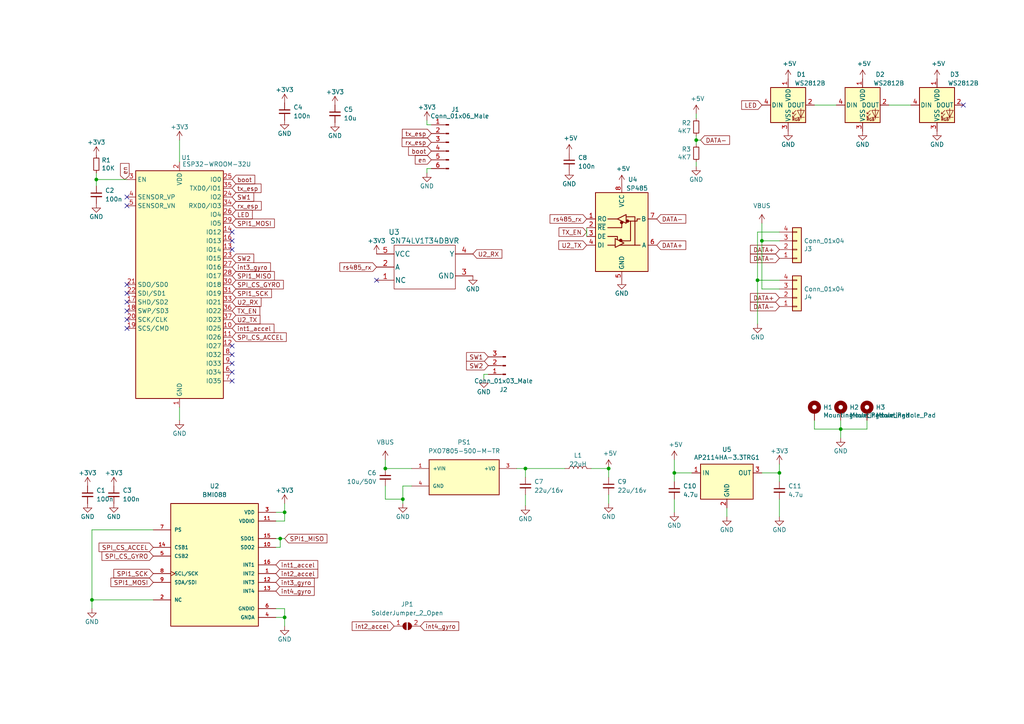
<source format=kicad_sch>
(kicad_sch (version 20230121) (generator eeschema)
  (paper "A4")
  (lib_symbols
    (symbol "BMI088:BMI088" (pin_names (offset 1.016))
      (property "Reference" "U" (at -12.7 18.415 0))
      (property "Value" "BMI088" (at -12.7 -20.32 0))
      (symbol "BMI088_0_0"
        (rectangle (start -12.7 -17.78) (end 12.7 17.78) (stroke (width 0.254)) (fill (type background)))
        (pin bidirectional line (at 17.78 -2.54 180) (length 5.08) (name "INT2") (number "1"))
        (pin output line (at 17.78 5.08 180) (length 5.08) (name "SDO2") (number "10"))
        (pin power_in line (at 17.78 12.7 180) (length 5.08) (name "VDDIO") (number "11"))
        (pin bidirectional line (at 17.78 -5.08 180) (length 5.08) (name "INT3") (number "12"))
        (pin bidirectional line (at 17.78 -7.62 180) (length 5.08) (name "INT4") (number "13"))
        (pin input line (at -17.78 5.08 0) (length 5.08) (name "CSB1") (number "14"))
        (pin output line (at 17.78 7.62 180) (length 5.08) (name "SDO1") (number "15"))
        (pin bidirectional line (at 17.78 0 180) (length 5.08) (name "INT1") (number "16"))
        (pin passive line (at -17.78 -10.16 0) (length 5.08) (name "NC") (number "2"))
        (pin power_in line (at 17.78 15.24 180) (length 5.08) (name "VDD") (number "3"))
        (pin power_in line (at 17.78 -15.24 180) (length 5.08) (name "GNDA") (number "4"))
        (pin input line (at -17.78 2.54 0) (length 5.08) (name "CSB2") (number "5"))
        (pin power_in line (at 17.78 -12.7 180) (length 5.08) (name "GNDIO") (number "6"))
        (pin input line (at -17.78 10.16 0) (length 5.08) (name "PS") (number "7"))
        (pin input clock (at -17.78 -2.54 0) (length 5.08) (name "SCL/SCK") (number "8"))
        (pin bidirectional line (at -17.78 -5.08 0) (length 5.08) (name "SDA/SDI") (number "9"))
      )
    )
    (symbol "Connector:Conn_01x03_Male" (pin_names (offset 1.016) hide)
      (property "Reference" "J" (at 0 5.08 0))
      (property "Value" "Conn_01x03_Male" (at 0 -5.08 0))
      (symbol "Conn_01x03_Male_1_1"
        (polyline (pts (xy 1.27 -2.54) (xy 0.8636 -2.54)) (stroke (width 0.1524)))
        (polyline (pts (xy 1.27 0) (xy 0.8636 0)) (stroke (width 0.1524)))
        (polyline (pts (xy 1.27 2.54) (xy 0.8636 2.54)) (stroke (width 0.1524)))
        (rectangle (start 0.8636 -2.413) (end 0 -2.667) (stroke (width 0.1524)) (fill (type outline)))
        (rectangle (start 0.8636 0.127) (end 0 -0.127) (stroke (width 0.1524)) (fill (type outline)))
        (rectangle (start 0.8636 2.667) (end 0 2.413) (stroke (width 0.1524)) (fill (type outline)))
        (pin passive line (at 5.08 2.54 180) (length 3.81) (name "Pin_1") (number "1"))
        (pin passive line (at 5.08 0 180) (length 3.81) (name "Pin_2") (number "2"))
        (pin passive line (at 5.08 -2.54 180) (length 3.81) (name "Pin_3") (number "3"))
      )
    )
    (symbol "Connector:Conn_01x06_Male" (pin_names (offset 1.016) hide)
      (property "Reference" "J" (at 0 7.62 0))
      (property "Value" "Conn_01x06_Male" (at 0 -10.16 0))
      (symbol "Conn_01x06_Male_1_1"
        (polyline (pts (xy 1.27 -7.62) (xy 0.8636 -7.62)) (stroke (width 0.1524)))
        (polyline (pts (xy 1.27 -5.08) (xy 0.8636 -5.08)) (stroke (width 0.1524)))
        (polyline (pts (xy 1.27 -2.54) (xy 0.8636 -2.54)) (stroke (width 0.1524)))
        (polyline (pts (xy 1.27 0) (xy 0.8636 0)) (stroke (width 0.1524)))
        (polyline (pts (xy 1.27 2.54) (xy 0.8636 2.54)) (stroke (width 0.1524)))
        (polyline (pts (xy 1.27 5.08) (xy 0.8636 5.08)) (stroke (width 0.1524)))
        (rectangle (start 0.8636 -7.493) (end 0 -7.747) (stroke (width 0.1524)) (fill (type outline)))
        (rectangle (start 0.8636 -4.953) (end 0 -5.207) (stroke (width 0.1524)) (fill (type outline)))
        (rectangle (start 0.8636 -2.413) (end 0 -2.667) (stroke (width 0.1524)) (fill (type outline)))
        (rectangle (start 0.8636 0.127) (end 0 -0.127) (stroke (width 0.1524)) (fill (type outline)))
        (rectangle (start 0.8636 2.667) (end 0 2.413) (stroke (width 0.1524)) (fill (type outline)))
        (rectangle (start 0.8636 5.207) (end 0 4.953) (stroke (width 0.1524)) (fill (type outline)))
        (pin passive line (at 5.08 5.08 180) (length 3.81) (name "Pin_1") (number "1"))
        (pin passive line (at 5.08 2.54 180) (length 3.81) (name "Pin_2") (number "2"))
        (pin passive line (at 5.08 0 180) (length 3.81) (name "Pin_3") (number "3"))
        (pin passive line (at 5.08 -2.54 180) (length 3.81) (name "Pin_4") (number "4"))
        (pin passive line (at 5.08 -5.08 180) (length 3.81) (name "Pin_5") (number "5"))
        (pin passive line (at 5.08 -7.62 180) (length 3.81) (name "Pin_6") (number "6"))
      )
    )
    (symbol "Connector_Generic:Conn_01x04" (pin_names (offset 1.016) hide)
      (property "Reference" "J" (at 0 5.08 0))
      (property "Value" "Conn_01x04" (at 0 -7.62 0))
      (symbol "Conn_01x04_1_1"
        (rectangle (start -1.27 -4.953) (end 0 -5.207) (stroke (width 0.1524)))
        (rectangle (start -1.27 -2.413) (end 0 -2.667) (stroke (width 0.1524)))
        (rectangle (start -1.27 0.127) (end 0 -0.127) (stroke (width 0.1524)))
        (rectangle (start -1.27 2.667) (end 0 2.413) (stroke (width 0.1524)))
        (rectangle (start -1.27 3.81) (end 1.27 -6.35) (stroke (width 0.254)) (fill (type background)))
        (pin passive line (at -5.08 2.54 0) (length 3.81) (name "Pin_1") (number "1"))
        (pin passive line (at -5.08 0 0) (length 3.81) (name "Pin_2") (number "2"))
        (pin passive line (at -5.08 -2.54 0) (length 3.81) (name "Pin_3") (number "3"))
        (pin passive line (at -5.08 -5.08 0) (length 3.81) (name "Pin_4") (number "4"))
      )
    )
    (symbol "Device:C_Small" (pin_numbers hide) (pin_names (offset 0.254) hide)
      (property "Reference" "C" (at 0.254 1.778 0))
      (property "Value" "C_Small" (at 0.254 -2.032 0))
      (symbol "C_Small_0_1"
        (polyline (pts (xy -1.524 -0.508) (xy 1.524 -0.508)) (stroke (width 0.3302)))
        (polyline (pts (xy -1.524 0.508) (xy 1.524 0.508)) (stroke (width 0.3048)))
      )
      (symbol "C_Small_1_1"
        (pin passive line (at 0 2.54 270) (length 2.032) (name "~") (number "1"))
        (pin passive line (at 0 -2.54 90) (length 2.032) (name "~") (number "2"))
      )
    )
    (symbol "Device:L" (pin_numbers hide) (pin_names (offset 1.016) hide)
      (property "Reference" "L" (at -1.27 0 90))
      (property "Value" "L" (at 1.905 0 90))
      (symbol "L_0_1"
        (arc (start 0 -2.54) (mid 0.6323 -1.905) (end 0 -1.27))
        (arc (start 0 -1.27) (mid 0.6323 -0.635) (end 0 0))
        (arc (start 0 0) (mid 0.6323 0.635) (end 0 1.27))
        (arc (start 0 1.27) (mid 0.6323 1.905) (end 0 2.54))
      )
      (symbol "L_1_1"
        (pin passive line (at 0 3.81 270) (length 1.27) (name "1") (number "1"))
        (pin passive line (at 0 -3.81 90) (length 1.27) (name "2") (number "2"))
      )
    )
    (symbol "Device:R_Small" (pin_numbers hide) (pin_names (offset 0.254) hide)
      (property "Reference" "R" (at 0.762 0.508 0))
      (property "Value" "R_Small" (at 0.762 -1.016 0))
      (symbol "R_Small_0_1"
        (rectangle (start -0.762 1.778) (end 0.762 -1.778) (stroke (width 0.2032)))
      )
      (symbol "R_Small_1_1"
        (pin passive line (at 0 2.54 270) (length 0.762) (name "~") (number "1"))
        (pin passive line (at 0 -2.54 90) (length 0.762) (name "~") (number "2"))
      )
    )
    (symbol "Interface_UART:MAX485E"
      (property "Reference" "U" (at -6.096 11.43 0))
      (property "Value" "MAX485E" (at 0.762 11.43 0))
      (symbol "MAX485E_0_1"
        (rectangle (start -7.62 10.16) (end 7.62 -12.7) (stroke (width 0.254)) (fill (type background)))
        (circle (center -0.3048 -3.683) (radius 0.3556) (stroke (width 0.254)) (fill (type outline)))
        (circle (center -0.0254 1.4986) (radius 0.3556) (stroke (width 0.254)) (fill (type outline)))
        (polyline (pts (xy -4.064 -5.08) (xy -1.905 -5.08)) (stroke (width 0.254)))
        (polyline (pts (xy -4.064 2.54) (xy -1.27 2.54)) (stroke (width 0.254)))
        (polyline (pts (xy -1.27 -3.2004) (xy -1.27 -3.4544)) (stroke (width 0.254)))
        (polyline (pts (xy -0.635 -5.08) (xy 5.334 -5.08)) (stroke (width 0.254)))
        (polyline (pts (xy -4.064 -2.54) (xy -1.27 -2.54) (xy -1.27 -3.175)) (stroke (width 0.254)))
        (polyline (pts (xy 0 1.27) (xy 0 0) (xy -4.064 0)) (stroke (width 0.254)))
        (polyline (pts (xy 1.27 3.175) (xy 3.81 3.175) (xy 3.81 -5.08)) (stroke (width 0.254)))
        (polyline (pts (xy 2.54 1.905) (xy 2.54 -3.81) (xy 0 -3.81)) (stroke (width 0.254)))
        (polyline (pts (xy -1.905 -3.175) (xy -1.905 -5.715) (xy 0.635 -4.445) (xy -1.905 -3.175)) (stroke (width 0.254)))
        (polyline (pts (xy -1.27 2.54) (xy 1.27 3.81) (xy 1.27 1.27) (xy -1.27 2.54)) (stroke (width 0.254)))
        (polyline (pts (xy 1.905 1.905) (xy 4.445 1.905) (xy 4.445 2.54) (xy 5.334 2.54)) (stroke (width 0.254)))
        (rectangle (start 1.27 3.175) (end 1.27 3.175))
        (circle (center 1.651 1.905) (radius 0.3556) (stroke (width 0.254)) (fill (type outline)))
      )
      (symbol "MAX485E_1_1"
        (pin output line (at -10.16 2.54 0) (length 2.54) (name "RO") (number "1"))
        (pin input line (at -10.16 0 0) (length 2.54) (name "~{RE}") (number "2"))
        (pin input line (at -10.16 -2.54 0) (length 2.54) (name "DE") (number "3"))
        (pin input line (at -10.16 -5.08 0) (length 2.54) (name "DI") (number "4"))
        (pin power_in line (at 0 -15.24 90) (length 2.54) (name "GND") (number "5"))
        (pin bidirectional line (at 10.16 -5.08 180) (length 2.54) (name "A") (number "6"))
        (pin bidirectional line (at 10.16 2.54 180) (length 2.54) (name "B") (number "7"))
        (pin power_in line (at 0 12.7 270) (length 2.54) (name "VCC") (number "8"))
      )
    )
    (symbol "Jumper:SolderJumper_2_Open" (pin_names (offset 0) hide)
      (property "Reference" "JP" (at 0 2.032 0))
      (property "Value" "SolderJumper_2_Open" (at 0 -2.54 0))
      (symbol "SolderJumper_2_Open_0_1"
        (arc (start -0.254 1.016) (mid -1.2656 0) (end -0.254 -1.016))
        (arc (start -0.254 1.016) (mid -1.2656 0) (end -0.254 -1.016) (fill (type outline)))
        (polyline (pts (xy -0.254 1.016) (xy -0.254 -1.016)))
        (polyline (pts (xy 0.254 1.016) (xy 0.254 -1.016)))
        (arc (start 0.254 -1.016) (mid 1.2656 0) (end 0.254 1.016))
        (arc (start 0.254 -1.016) (mid 1.2656 0) (end 0.254 1.016) (fill (type outline)))
      )
      (symbol "SolderJumper_2_Open_1_1"
        (pin passive line (at -3.81 0 0) (length 2.54) (name "A") (number "1"))
        (pin passive line (at 3.81 0 180) (length 2.54) (name "B") (number "2"))
      )
    )
    (symbol "LED:WS2812B" (pin_names (offset 0.254))
      (property "Reference" "D" (at 5.08 5.715 0))
      (property "Value" "WS2812B" (at 1.27 -5.715 0))
      (symbol "WS2812B_0_0"
        (text "RGB" (at 2.286 -4.191 0) (effects (font (size 0.762 0.762))))
      )
      (symbol "WS2812B_0_1"
        (polyline (pts (xy 1.27 -3.556) (xy 1.778 -3.556)))
        (polyline (pts (xy 1.27 -2.54) (xy 1.778 -2.54)))
        (polyline (pts (xy 4.699 -3.556) (xy 2.667 -3.556)))
        (polyline (pts (xy 2.286 -2.54) (xy 1.27 -3.556) (xy 1.27 -3.048)))
        (polyline (pts (xy 2.286 -1.524) (xy 1.27 -2.54) (xy 1.27 -2.032)))
        (polyline (pts (xy 3.683 -1.016) (xy 3.683 -3.556) (xy 3.683 -4.064)))
        (polyline (pts (xy 4.699 -1.524) (xy 2.667 -1.524) (xy 3.683 -3.556) (xy 4.699 -1.524)))
        (rectangle (start 5.08 5.08) (end -5.08 -5.08) (stroke (width 0.254)) (fill (type background)))
      )
      (symbol "WS2812B_1_1"
        (pin power_in line (at 0 7.62 270) (length 2.54) (name "VDD") (number "1"))
        (pin output line (at 7.62 0 180) (length 2.54) (name "DOUT") (number "2"))
        (pin power_in line (at 0 -7.62 90) (length 2.54) (name "VSS") (number "3"))
        (pin input line (at -7.62 0 0) (length 2.54) (name "DIN") (number "4"))
      )
    )
    (symbol "Mechanical:MountingHole_Pad" (pin_numbers hide) (pin_names (offset 1.016) hide)
      (property "Reference" "H" (at 0 6.35 0))
      (property "Value" "MountingHole_Pad" (at 0 4.445 0))
      (symbol "MountingHole_Pad_0_1"
        (circle (center 0 1.27) (radius 1.27) (stroke (width 1.27)))
      )
      (symbol "MountingHole_Pad_1_1"
        (pin input line (at 0 -2.54 90) (length 2.54) (name "1") (number "1"))
      )
    )
    (symbol "PXO7805-500-M-TR:PXO7805-500-M-TR" (pin_names (offset 1.016))
      (property "Reference" "PS" (at -10.16 5.842 0))
      (property "Value" "PXO7805-500-M-TR" (at -10.16 -5.842 0))
      (symbol "PXO7805-500-M-TR_0_0"
        (rectangle (start -10.16 -5.08) (end 10.16 5.08) (stroke (width 0.254)) (fill (type background)))
        (pin input line (at -15.24 2.54 0) (length 5.08) (name "+VIN") (number "1"))
        (pin output line (at 15.24 2.54 180) (length 5.08) (name "+VO") (number "3"))
        (pin power_in line (at -15.24 -2.54 0) (length 5.08) (name "GND") (number "4"))
      )
    )
    (symbol "RF_Module:ESP32-WROOM-32U"
      (property "Reference" "U" (at -12.7 34.29 0))
      (property "Value" "ESP32-WROOM-32U" (at 1.27 34.29 0))
      (symbol "ESP32-WROOM-32U_0_1"
        (rectangle (start -12.7 33.02) (end 12.7 -33.02) (stroke (width 0.254)) (fill (type background)))
      )
      (symbol "ESP32-WROOM-32U_1_1"
        (pin power_in line (at 0 -35.56 90) (length 2.54) (name "GND") (number "1"))
        (pin bidirectional line (at 15.24 -12.7 180) (length 2.54) (name "IO25") (number "10"))
        (pin bidirectional line (at 15.24 -15.24 180) (length 2.54) (name "IO26") (number "11"))
        (pin bidirectional line (at 15.24 -17.78 180) (length 2.54) (name "IO27") (number "12"))
        (pin bidirectional line (at 15.24 10.16 180) (length 2.54) (name "IO14") (number "13"))
        (pin bidirectional line (at 15.24 15.24 180) (length 2.54) (name "IO12") (number "14"))
        (pin passive line (at 0 -35.56 90) (length 2.54) hide (name "GND") (number "15"))
        (pin bidirectional line (at 15.24 12.7 180) (length 2.54) (name "IO13") (number "16"))
        (pin bidirectional line (at -15.24 -5.08 0) (length 2.54) (name "SHD/SD2") (number "17"))
        (pin bidirectional line (at -15.24 -7.62 0) (length 2.54) (name "SWP/SD3") (number "18"))
        (pin bidirectional line (at -15.24 -12.7 0) (length 2.54) (name "SCS/CMD") (number "19"))
        (pin power_in line (at 0 35.56 270) (length 2.54) (name "VDD") (number "2"))
        (pin bidirectional line (at -15.24 -10.16 0) (length 2.54) (name "SCK/CLK") (number "20"))
        (pin bidirectional line (at -15.24 0 0) (length 2.54) (name "SDO/SD0") (number "21"))
        (pin bidirectional line (at -15.24 -2.54 0) (length 2.54) (name "SDI/SD1") (number "22"))
        (pin bidirectional line (at 15.24 7.62 180) (length 2.54) (name "IO15") (number "23"))
        (pin bidirectional line (at 15.24 25.4 180) (length 2.54) (name "IO2") (number "24"))
        (pin bidirectional line (at 15.24 30.48 180) (length 2.54) (name "IO0") (number "25"))
        (pin bidirectional line (at 15.24 20.32 180) (length 2.54) (name "IO4") (number "26"))
        (pin bidirectional line (at 15.24 5.08 180) (length 2.54) (name "IO16") (number "27"))
        (pin bidirectional line (at 15.24 2.54 180) (length 2.54) (name "IO17") (number "28"))
        (pin bidirectional line (at 15.24 17.78 180) (length 2.54) (name "IO5") (number "29"))
        (pin input line (at -15.24 30.48 0) (length 2.54) (name "EN") (number "3"))
        (pin bidirectional line (at 15.24 0 180) (length 2.54) (name "IO18") (number "30"))
        (pin bidirectional line (at 15.24 -2.54 180) (length 2.54) (name "IO19") (number "31"))
        (pin no_connect line (at -12.7 -27.94 0) (length 2.54) hide (name "NC") (number "32"))
        (pin bidirectional line (at 15.24 -5.08 180) (length 2.54) (name "IO21") (number "33"))
        (pin bidirectional line (at 15.24 22.86 180) (length 2.54) (name "RXD0/IO3") (number "34"))
        (pin bidirectional line (at 15.24 27.94 180) (length 2.54) (name "TXD0/IO1") (number "35"))
        (pin bidirectional line (at 15.24 -7.62 180) (length 2.54) (name "IO22") (number "36"))
        (pin bidirectional line (at 15.24 -10.16 180) (length 2.54) (name "IO23") (number "37"))
        (pin passive line (at 0 -35.56 90) (length 2.54) hide (name "GND") (number "38"))
        (pin passive line (at 0 -35.56 90) (length 2.54) hide (name "GND") (number "39"))
        (pin input line (at -15.24 25.4 0) (length 2.54) (name "SENSOR_VP") (number "4"))
        (pin input line (at -15.24 22.86 0) (length 2.54) (name "SENSOR_VN") (number "5"))
        (pin input line (at 15.24 -25.4 180) (length 2.54) (name "IO34") (number "6"))
        (pin input line (at 15.24 -27.94 180) (length 2.54) (name "IO35") (number "7"))
        (pin bidirectional line (at 15.24 -20.32 180) (length 2.54) (name "IO32") (number "8"))
        (pin bidirectional line (at 15.24 -22.86 180) (length 2.54) (name "IO33") (number "9"))
      )
    )
    (symbol "Regulator_Linear:LT1963AxST-3.3"
      (property "Reference" "U" (at -7.62 6.35 0))
      (property "Value" "LT1963AxST-3.3" (at -1.27 6.35 0))
      (symbol "LT1963AxST-3.3_0_1"
        (rectangle (start -7.62 5.08) (end 7.62 -5.08) (stroke (width 0.254)) (fill (type background)))
      )
      (symbol "LT1963AxST-3.3_1_1"
        (pin power_in line (at -10.16 2.54 0) (length 2.54) (name "IN") (number "1"))
        (pin power_in line (at 0 -7.62 90) (length 2.54) (name "GND") (number "2"))
        (pin power_out line (at 10.16 2.54 180) (length 2.54) (name "OUT") (number "3"))
      )
    )
    (symbol "SN74LV1T34DBVR:SN74LV1T34DBVR" (pin_names (offset 0.254))
      (property "Reference" "U" (at -10.16 13.97 0))
      (property "Value" "SN74LV1T34DBVR" (at -1.27 11.43 0))
      (symbol "SN74LV1T34DBVR_1_1"
        (rectangle (start -8.89 6.35) (end 8.89 -6.35))
        (pin unspecified line (at -13.97 -3.81 0) (length 5.08) (name "NC") (number "1"))
        (pin input line (at -13.97 0 0) (length 5.08) (name "A") (number "2"))
        (pin power_in line (at 13.97 -2.54 180) (length 5.08) (name "GND") (number "3"))
        (pin output line (at 13.97 3.81 180) (length 5.08) (name "Y") (number "4"))
        (pin power_in line (at -13.97 3.81 0) (length 5.08) (name "VCC") (number "5"))
      )
    )
    (symbol "power:+3.3V" (power) (pin_names (offset 0))
      (property "Value" "+3.3V" (at 0 3.556 0))
      (symbol "+3.3V_0_1"
        (polyline (pts (xy -0.762 1.27) (xy 0 2.54)))
        (polyline (pts (xy 0 0) (xy 0 2.54)))
        (polyline (pts (xy 0 2.54) (xy 0.762 1.27)))
      )
      (symbol "+3.3V_1_1"
        (pin power_in line (at 0 0 90) (length 0) hide (name "+3V3") (number "1"))
      )
    )
    (symbol "power:+5V" (power) (pin_names (offset 0))
      (property "Value" "+5V" (at 0 3.556 0))
      (symbol "+5V_0_1"
        (polyline (pts (xy -0.762 1.27) (xy 0 2.54)))
        (polyline (pts (xy 0 0) (xy 0 2.54)))
        (polyline (pts (xy 0 2.54) (xy 0.762 1.27)))
      )
      (symbol "+5V_1_1"
        (pin power_in line (at 0 0 90) (length 0) hide (name "+5V") (number "1"))
      )
    )
    (symbol "power:GND" (power) (pin_names (offset 0))
      (property "Value" "GND" (at 0 -3.81 0))
      (symbol "GND_0_1"
        (polyline (pts (xy 0 0) (xy 0 -1.27) (xy 1.27 -1.27) (xy 0 -2.54) (xy -1.27 -1.27) (xy 0 -1.27)))
      )
      (symbol "GND_1_1"
        (pin power_in line (at 0 0 270) (length 0) hide (name "GND") (number "1"))
      )
    )
    (symbol "power:VBUS" (power) (pin_names (offset 0))
      (property "Value" "VBUS" (at 0 3.81 0))
      (symbol "VBUS_0_1"
        (polyline (pts (xy -0.762 1.27) (xy 0 2.54)))
        (polyline (pts (xy 0 0) (xy 0 2.54)))
        (polyline (pts (xy 0 2.54) (xy 0.762 1.27)))
      )
      (symbol "VBUS_1_1"
        (pin power_in line (at 0 0 90) (length 0) hide (name "VBUS") (number "1"))
      )
    )
  )
  (junction (at 27.94 52.07))
  (junction (at 219.71 81.28))
  (junction (at 26.67 173.99))
  (junction (at 195.58 137.16))
  (junction (at 176.53 135.89))
  (junction (at 201.93 40.64))
  (junction (at 81.28 156.21))
  (junction (at 111.76 135.89))
  (junction (at 243.84 124.46))
  (junction (at 82.55 179.07))
  (junction (at 82.55 148.59))
  (junction (at 220.98 69.85))
  (junction (at 152.4 135.89))
  (junction (at 116.84 144.78))
  (junction (at 226.06 137.16))
  (no_connect (at 67.31 102.87))
  (no_connect (at 36.83 87.63))
  (no_connect (at 36.83 59.69))
  (no_connect (at 67.31 67.31))
  (no_connect (at 67.31 72.39))
  (no_connect (at 36.83 57.15))
  (no_connect (at 36.83 85.09))
  (no_connect (at 36.83 90.17))
  (no_connect (at 36.83 95.25))
  (no_connect (at 109.22 81.28))
  (no_connect (at 67.31 107.95))
  (no_connect (at 67.31 105.41))
  (no_connect (at 67.31 69.85))
  (no_connect (at 36.83 82.55))
  (no_connect (at 279.4 30.48))
  (no_connect (at 36.83 92.71))
  (no_connect (at 67.31 100.33))
  (no_connect (at 67.31 110.49))
  (wire (pts (xy 176.53 143.51) (xy 176.53 146.05)))
  (wire (pts (xy 201.93 33.02) (xy 201.93 34.29)))
  (wire (pts (xy 140.335 108.585) (xy 140.335 109.855)))
  (wire (pts (xy 81.28 158.75) (xy 80.01 158.75)))
  (wire (pts (xy 116.84 140.97) (xy 116.84 144.78)))
  (wire (pts (xy 116.84 144.78) (xy 116.84 146.05)))
  (wire (pts (xy 80.01 176.53) (xy 82.55 176.53)))
  (wire (pts (xy 82.55 151.13) (xy 82.55 148.59)))
  (wire (pts (xy 219.71 67.31) (xy 219.71 81.28)))
  (wire (pts (xy 226.06 67.31) (xy 219.71 67.31)))
  (wire (pts (xy 119.38 140.97) (xy 116.84 140.97)))
  (wire (pts (xy 80.01 156.21) (xy 81.28 156.21)))
  (wire (pts (xy 44.45 153.67) (xy 26.67 153.67)))
  (wire (pts (xy 152.4 135.89) (xy 152.4 138.43)))
  (wire (pts (xy 125.095 36.195) (xy 123.825 36.195)))
  (wire (pts (xy 226.06 137.16) (xy 226.06 134.62)))
  (wire (pts (xy 141.605 108.585) (xy 140.335 108.585)))
  (wire (pts (xy 27.94 53.975) (xy 27.94 52.07)))
  (wire (pts (xy 111.76 144.78) (xy 116.84 144.78)))
  (wire (pts (xy 219.71 81.28) (xy 219.71 93.98)))
  (wire (pts (xy 26.67 173.99) (xy 26.67 176.53)))
  (wire (pts (xy 220.98 137.16) (xy 226.06 137.16)))
  (wire (pts (xy 226.06 144.78) (xy 226.06 149.86)))
  (wire (pts (xy 220.98 69.85) (xy 226.06 69.85)))
  (wire (pts (xy 220.98 83.82) (xy 226.06 83.82)))
  (wire (pts (xy 257.81 30.48) (xy 264.16 30.48)))
  (wire (pts (xy 236.22 124.46) (xy 236.22 121.92)))
  (wire (pts (xy 111.76 140.97) (xy 111.76 144.78)))
  (wire (pts (xy 201.93 40.64) (xy 203.2 40.64)))
  (wire (pts (xy 201.93 39.37) (xy 201.93 40.64)))
  (wire (pts (xy 80.01 148.59) (xy 82.55 148.59)))
  (wire (pts (xy 152.4 135.89) (xy 163.83 135.89)))
  (wire (pts (xy 251.46 121.92) (xy 251.46 124.46)))
  (wire (pts (xy 26.67 153.67) (xy 26.67 173.99)))
  (wire (pts (xy 82.55 148.59) (xy 82.55 146.05)))
  (wire (pts (xy 195.58 144.78) (xy 195.58 148.59)))
  (wire (pts (xy 251.46 124.46) (xy 243.84 124.46)))
  (wire (pts (xy 149.86 135.89) (xy 152.4 135.89)))
  (wire (pts (xy 226.06 81.28) (xy 219.71 81.28)))
  (wire (pts (xy 170.18 68.58) (xy 170.18 66.04)))
  (wire (pts (xy 243.84 124.46) (xy 243.84 121.92)))
  (wire (pts (xy 176.53 135.89) (xy 176.53 138.43)))
  (wire (pts (xy 201.93 40.64) (xy 201.93 41.91)))
  (wire (pts (xy 119.38 135.89) (xy 111.76 135.89)))
  (wire (pts (xy 81.28 156.21) (xy 81.28 158.75)))
  (wire (pts (xy 82.55 176.53) (xy 82.55 179.07)))
  (wire (pts (xy 201.93 46.99) (xy 201.93 48.26)))
  (wire (pts (xy 111.76 133.35) (xy 111.76 135.89)))
  (wire (pts (xy 152.4 143.51) (xy 152.4 146.685)))
  (wire (pts (xy 52.07 118.11) (xy 52.07 121.92)))
  (wire (pts (xy 81.28 156.21) (xy 82.55 156.21)))
  (wire (pts (xy 210.82 147.32) (xy 210.82 149.86)))
  (wire (pts (xy 195.58 137.16) (xy 200.66 137.16)))
  (wire (pts (xy 236.22 30.48) (xy 242.57 30.48)))
  (wire (pts (xy 226.06 137.16) (xy 226.06 139.7)))
  (wire (pts (xy 82.55 179.07) (xy 82.55 181.61)))
  (wire (pts (xy 195.58 133.35) (xy 195.58 137.16)))
  (wire (pts (xy 243.84 124.46) (xy 243.84 127)))
  (wire (pts (xy 125.095 48.895) (xy 123.825 48.895)))
  (wire (pts (xy 27.94 52.07) (xy 36.83 52.07)))
  (wire (pts (xy 123.825 36.195) (xy 123.825 34.925)))
  (wire (pts (xy 26.67 173.99) (xy 44.45 173.99)))
  (wire (pts (xy 123.825 48.895) (xy 123.825 50.165)))
  (wire (pts (xy 243.84 124.46) (xy 236.22 124.46)))
  (wire (pts (xy 195.58 137.16) (xy 195.58 139.7)))
  (wire (pts (xy 220.98 69.85) (xy 220.98 83.82)))
  (wire (pts (xy 80.01 151.13) (xy 82.55 151.13)))
  (wire (pts (xy 27.94 52.07) (xy 27.94 50.165)))
  (wire (pts (xy 171.45 135.89) (xy 176.53 135.89)))
  (wire (pts (xy 52.07 40.64) (xy 52.07 46.99)))
  (wire (pts (xy 220.98 64.77) (xy 220.98 69.85)))
  (wire (pts (xy 80.01 179.07) (xy 82.55 179.07)))
  (global_label "SPI1_SCK" (shape input) (at 44.45 166.37 180) (property "Intersheetrefs" "${INTERSHEET_REFS}" (effects hide)))
  (global_label "tx_esp" (shape input) (at 125.095 38.735 180) (property "Intersheetrefs" "${INTERSHEET_REFS}" (effects hide)))
  (global_label "int2_accel" (shape input) (at 80.01 166.37 0) (property "Intersheetrefs" "${INTERSHEET_REFS}" (effects hide)))
  (global_label "SPI_CS_GYRO" (shape input) (at 67.31 82.55 0) (property "Intersheetrefs" "${INTERSHEET_REFS}" (effects hide)))
  (global_label "DATA+" (shape input) (at 226.06 72.39 180) (property "Intersheetrefs" "${INTERSHEET_REFS}" (effects hide)))
  (global_label "SW2" (shape input) (at 67.31 74.93 0) (property "Intersheetrefs" "${INTERSHEET_REFS}" (effects hide)))
  (global_label "U2_RX" (shape input) (at 67.31 87.63 0) (property "Intersheetrefs" "${INTERSHEET_REFS}" (effects hide)))
  (global_label "SPI1_MOSI" (shape input) (at 44.45 168.91 180) (property "Intersheetrefs" "${INTERSHEET_REFS}" (effects hide)))
  (global_label "SPI_CS_ACCEL" (shape input) (at 67.31 97.79 0) (property "Intersheetrefs" "${INTERSHEET_REFS}" (effects hide)))
  (global_label "TX_EN" (shape input) (at 67.31 90.17 0) (property "Intersheetrefs" "${INTERSHEET_REFS}" (effects hide)))
  (global_label "DATA-" (shape input) (at 190.5 63.5 0) (property "Intersheetrefs" "${INTERSHEET_REFS}" (effects hide)))
  (global_label "int3_gyro" (shape input) (at 80.01 168.91 0) (property "Intersheetrefs" "${INTERSHEET_REFS}" (effects hide)))
  (global_label "TX_EN" (shape input) (at 170.18 67.31 180) (property "Intersheetrefs" "${INTERSHEET_REFS}" (effects hide)))
  (global_label "DATA-" (shape input) (at 226.06 88.9 180) (property "Intersheetrefs" "${INTERSHEET_REFS}" (effects hide)))
  (global_label "SW1" (shape input) (at 141.605 103.505 180) (property "Intersheetrefs" "${INTERSHEET_REFS}" (effects hide)))
  (global_label "int4_gyro" (shape input) (at 121.92 181.61 0) (property "Intersheetrefs" "${INTERSHEET_REFS}" (effects hide)))
  (global_label "DATA-" (shape input) (at 226.06 74.93 180) (property "Intersheetrefs" "${INTERSHEET_REFS}" (effects hide)))
  (global_label "boot" (shape input) (at 125.095 43.815 180) (property "Intersheetrefs" "${INTERSHEET_REFS}" (effects hide)))
  (global_label "en" (shape input) (at 36.195 52.07 90) (property "Intersheetrefs" "${INTERSHEET_REFS}" (effects hide)))
  (global_label "LED" (shape input) (at 220.98 30.48 180) (property "Intersheetrefs" "${INTERSHEET_REFS}" (effects hide)))
  (global_label "int4_gyro" (shape input) (at 80.01 171.45 0) (property "Intersheetrefs" "${INTERSHEET_REFS}" (effects hide)))
  (global_label "en" (shape input) (at 125.095 46.355 180) (property "Intersheetrefs" "${INTERSHEET_REFS}" (effects hide)))
  (global_label "rs485_rx" (shape input) (at 109.22 77.47 180) (property "Intersheetrefs" "${INTERSHEET_REFS}" (effects hide)))
  (global_label "tx_esp" (shape input) (at 67.31 54.61 0) (property "Intersheetrefs" "${INTERSHEET_REFS}" (effects hide)))
  (global_label "U2_TX" (shape input) (at 67.31 92.71 0) (property "Intersheetrefs" "${INTERSHEET_REFS}" (effects hide)))
  (global_label "boot" (shape input) (at 67.31 52.07 0) (property "Intersheetrefs" "${INTERSHEET_REFS}" (effects hide)))
  (global_label "SPI_CS_GYRO" (shape input) (at 44.45 161.29 180) (property "Intersheetrefs" "${INTERSHEET_REFS}" (effects hide)))
  (global_label "SPI1_MISO" (shape input) (at 67.31 80.01 0) (property "Intersheetrefs" "${INTERSHEET_REFS}" (effects hide)))
  (global_label "int3_gyro" (shape input) (at 67.31 77.47 0) (property "Intersheetrefs" "${INTERSHEET_REFS}" (effects hide)))
  (global_label "DATA+" (shape input) (at 190.5 71.12 0) (property "Intersheetrefs" "${INTERSHEET_REFS}" (effects hide)))
  (global_label "int1_accel" (shape input) (at 67.31 95.25 0) (property "Intersheetrefs" "${INTERSHEET_REFS}" (effects hide)))
  (global_label "LED" (shape input) (at 67.31 62.23 0) (property "Intersheetrefs" "${INTERSHEET_REFS}" (effects hide)))
  (global_label "SW2" (shape input) (at 141.605 106.045 180) (property "Intersheetrefs" "${INTERSHEET_REFS}" (effects hide)))
  (global_label "int2_accel" (shape input) (at 114.3 181.61 180) (property "Intersheetrefs" "${INTERSHEET_REFS}" (effects hide)))
  (global_label "SPI1_SCK" (shape input) (at 67.31 85.09 0) (property "Intersheetrefs" "${INTERSHEET_REFS}" (effects hide)))
  (global_label "rs485_rx" (shape input) (at 170.18 63.5 180) (property "Intersheetrefs" "${INTERSHEET_REFS}" (effects hide)))
  (global_label "DATA-" (shape input) (at 203.2 40.64 0) (property "Intersheetrefs" "${INTERSHEET_REFS}" (effects hide)))
  (global_label "int1_accel" (shape input) (at 80.01 163.83 0) (property "Intersheetrefs" "${INTERSHEET_REFS}" (effects hide)))
  (global_label "rx_esp" (shape input) (at 67.31 59.69 0) (property "Intersheetrefs" "${INTERSHEET_REFS}" (effects hide)))
  (global_label "rx_esp" (shape input) (at 125.095 41.275 180) (property "Intersheetrefs" "${INTERSHEET_REFS}" (effects hide)))
  (global_label "DATA+" (shape input) (at 226.06 86.36 180) (property "Intersheetrefs" "${INTERSHEET_REFS}" (effects hide)))
  (global_label "SPI1_MOSI" (shape input) (at 67.31 64.77 0) (property "Intersheetrefs" "${INTERSHEET_REFS}" (effects hide)))
  (global_label "SPI1_MISO" (shape input) (at 82.55 156.21 0) (property "Intersheetrefs" "${INTERSHEET_REFS}" (effects hide)))
  (global_label "SW1" (shape input) (at 67.31 57.15 0) (property "Intersheetrefs" "${INTERSHEET_REFS}" (effects hide)))
  (global_label "SPI_CS_ACCEL" (shape input) (at 44.45 158.75 180) (property "Intersheetrefs" "${INTERSHEET_REFS}" (effects hide)))
  (global_label "U2_RX" (shape input) (at 137.16 73.66 0) (property "Intersheetrefs" "${INTERSHEET_REFS}" (effects hide)))
  (global_label "U2_TX" (shape input) (at 170.18 71.12 180) (property "Intersheetrefs" "${INTERSHEET_REFS}" (effects hide)))
  (symbol (lib_id "power:+3.3V") (at 52.07 40.64 0) (unit 1)
    (property "Reference" "#PWR08" (effects hide))
    (property "Value" "+3.3V" (at 52.07 36.83 0))
  )
  (symbol (lib_id "power:GND") (at 52.07 121.92 0) (unit 1)
    (property "Reference" "#PWR09" (effects hide))
    (property "Value" "GND" (at 52.07 125.73 0))
  )
  (symbol (lib_id "Device:C_Small") (at 27.94 56.515 0) (unit 1)
    (property "Reference" "C2" (at 30.48 55.245 0) (effects (justify left)))
    (property "Value" "100n" (at 30.48 57.785 0) (effects (justify left)))
    (property "Footprint" "Capacitor_SMD:C_0805_2012Metric" (effects hide))
    (property "LCSC Part #" "C1525" (effects hide))
  )
  (symbol (lib_id "power:+3.3V") (at 27.94 45.085 0) (unit 1)
    (property "Reference" "#PWR04" (effects hide))
    (property "Value" "+3.3V" (at 27.94 41.275 0))
  )
  (symbol (lib_id "power:GND") (at 27.94 59.055 0) (unit 1)
    (property "Reference" "#PWR05" (effects hide))
    (property "Value" "GND" (at 27.94 62.865 0))
  )
  (symbol (lib_id "Device:C_Small") (at 165.1 46.99 0) (unit 1)
    (property "Reference" "C8" (at 167.64 45.72 0) (effects (justify left)))
    (property "Value" "100n" (at 167.64 48.26 0) (effects (justify left)))
    (property "Footprint" "Capacitor_SMD:C_0805_2012Metric" (effects hide))
    (property "LCSC Part #" "C1525" (effects hide))
  )
  (symbol (lib_id "power:GND") (at 165.1 49.53 0) (unit 1)
    (property "Reference" "#PWR025" (effects hide))
    (property "Value" "GND" (at 165.1 53.34 0))
  )
  (symbol (lib_id "Device:C_Small") (at 97.155 33.02 0) (unit 1)
    (property "Reference" "C5" (at 99.695 31.75 0) (effects (justify left)))
    (property "Value" "10u" (at 99.695 34.29 0) (effects (justify left)))
    (property "Footprint" "Capacitor_SMD:C_0805_2012Metric" (effects hide))
    (property "LCSC Part #" "C1525" (effects hide))
  )
  (symbol (lib_id "power:+3.3V") (at 97.155 30.48 0) (unit 1)
    (property "Reference" "#PWR014" (effects hide))
    (property "Value" "+3.3V" (at 97.155 26.67 0))
  )
  (symbol (lib_id "power:GND") (at 97.155 35.56 0) (unit 1)
    (property "Reference" "#PWR015" (effects hide))
    (property "Value" "GND" (at 97.155 39.37 0))
  )
  (symbol (lib_id "Device:R_Small") (at 27.94 47.625 0) (unit 1)
    (property "Reference" "R1" (at 29.4386 46.4566 0) (effects (justify left)))
    (property "Value" "10K" (at 29.4386 48.768 0) (effects (justify left)))
    (property "Footprint" "Resistor_SMD:R_0805_2012Metric" (effects hide))
  )
  (symbol (lib_id "Connector:Conn_01x06_Male") (at 130.175 41.275 0) (mirror y) (unit 1)
    (property "Reference" "J1" (at 132.08 31.75 0))
    (property "Value" "Conn_01x06_Male" (at 133.35 33.655 0))
    (property "Footprint" "bitbots:testpoint_01x06" (effects hide))
  )
  (symbol (lib_id "RF_Module:ESP32-WROOM-32U") (at 52.07 82.55 0) (unit 1)
    (property "Reference" "U1" (at 53.975 45.72 0))
    (property "Value" "ESP32-WROOM-32U" (at 62.865 47.625 0))
    (property "Footprint" "RF_Module:ESP32-WROOM-32U" (effects hide))
    (property "Datasheet" "https://www.espressif.com/sites/default/files/documentation/esp32-wroom-32d_esp32-wroom-32u_datasheet_en.pdf" (effects hide))
  )
  (symbol (lib_id "power:+3.3V") (at 123.825 34.925 0) (unit 1)
    (property "Reference" "#PWR019" (effects hide))
    (property "Value" "+3.3V" (at 123.825 31.115 0))
  )
  (symbol (lib_id "power:GND") (at 123.825 50.165 0) (unit 1)
    (property "Reference" "#PWR020" (effects hide))
    (property "Value" "GND" (at 123.825 53.975 0))
  )
  (symbol (lib_id "Interface_UART:MAX485E") (at 180.34 66.04 0) (unit 1)
    (property "Reference" "U4" (at 183.515 52.07 0))
    (property "Value" "SP485" (at 184.785 54.61 0))
    (property "Footprint" "Package_SO:SOIC-8_3.9x4.9mm_P1.27mm" (effects hide))
    (property "Datasheet" "https://datasheets.maximintegrated.com/en/ds/MAX1487E-MAX491E.pdf" (effects hide))
  )
  (symbol (lib_id "power:+5V") (at 165.1 44.45 0) (unit 1)
    (property "Reference" "#PWR024" (effects hide))
    (property "Value" "+5V" (at 165.481 40.0558 0))
  )
  (symbol (lib_id "Device:C_Small") (at 82.55 32.385 0) (unit 1)
    (property "Reference" "C4" (at 85.09 31.115 0) (effects (justify left)))
    (property "Value" "100n" (at 85.09 33.655 0) (effects (justify left)))
    (property "Footprint" "Capacitor_SMD:C_0805_2012Metric" (effects hide))
    (property "LCSC Part #" "C1525" (effects hide))
  )
  (symbol (lib_id "power:+3.3V") (at 82.55 29.845 0) (unit 1)
    (property "Reference" "#PWR010" (effects hide))
    (property "Value" "+3.3V" (at 82.55 26.035 0))
  )
  (symbol (lib_id "power:GND") (at 82.55 34.925 0) (unit 1)
    (property "Reference" "#PWR011" (effects hide))
    (property "Value" "GND" (at 82.55 38.735 0))
  )
  (symbol (lib_id "Connector_Generic:Conn_01x04") (at 231.14 72.39 0) (mirror x) (unit 1)
    (property "Reference" "J3" (at 233.172 72.1868 0) (effects (justify left)))
    (property "Value" "Conn_01x04" (at 233.172 69.8754 0) (effects (justify left)))
    (property "Footprint" "Connector_Molex:Molex_SPOX_5267-04A_1x04_P2.50mm_Vertical" (effects hide))
  )
  (symbol (lib_id "Connector_Generic:Conn_01x04") (at 231.14 86.36 0) (mirror x) (unit 1)
    (property "Reference" "J4" (at 233.172 86.1568 0) (effects (justify left)))
    (property "Value" "Conn_01x04" (at 233.172 83.8454 0) (effects (justify left)))
    (property "Footprint" "Connector_Molex:Molex_SPOX_5267-04A_1x04_P2.50mm_Vertical" (effects hide))
  )
  (symbol (lib_id "power:GND") (at 219.71 93.98 0) (unit 1)
    (property "Reference" "#PWR033" (effects hide))
    (property "Value" "GND" (at 219.71 97.79 0))
  )
  (symbol (lib_id "power:+5V") (at 180.34 53.34 0) (unit 1)
    (property "Reference" "#PWR028" (effects hide))
    (property "Value" "+5V" (at 180.721 48.9458 0))
  )
  (symbol (lib_id "power:GND") (at 180.34 81.28 0) (unit 1)
    (property "Reference" "#PWR029" (effects hide))
    (property "Value" "GND" (at 180.34 85.09 0))
  )
  (symbol (lib_id "SN74LV1T34DBVR:SN74LV1T34DBVR") (at 123.19 77.47 0) (unit 1)
    (property "Reference" "U3" (at 114.3 67.31 0) (effects (font (size 1.524 1.524))))
    (property "Value" "SN74LV1T34DBVR" (at 123.19 69.85 0) (effects (font (size 1.524 1.524))))
    (property "Footprint" "bitbots:SN74LV1T34DBVR" (effects hide))
  )
  (symbol (lib_id "power:GND") (at 137.16 80.01 0) (unit 1)
    (property "Reference" "#PWR021" (effects hide))
    (property "Value" "GND" (at 137.16 83.82 0))
  )
  (symbol (lib_id "power:+3.3V") (at 109.22 73.66 0) (unit 1)
    (property "Reference" "#PWR016" (effects hide))
    (property "Value" "+3.3V" (at 109.22 69.85 0))
  )
  (symbol (lib_id "Mechanical:MountingHole_Pad") (at 251.46 119.38 0) (unit 1)
    (property "Reference" "H3" (at 254 118.1354 0) (effects (justify left)))
    (property "Value" "MountingHole_Pad" (at 254 120.4468 0) (effects (justify left)))
    (property "Footprint" "MountingHole:MountingHole_2.7mm_M2.5_ISO14580_Pad" (effects hide))
  )
  (symbol (lib_id "Mechanical:MountingHole_Pad") (at 243.84 119.38 0) (unit 1)
    (property "Reference" "H2" (at 246.38 118.1354 0) (effects (justify left)))
    (property "Value" "MountingHole_Pad" (at 246.38 120.4468 0) (effects (justify left)))
    (property "Footprint" "MountingHole:MountingHole_2.7mm_M2.5_ISO14580_Pad" (effects hide))
  )
  (symbol (lib_id "Mechanical:MountingHole_Pad") (at 236.22 119.38 0) (unit 1)
    (property "Reference" "H1" (at 238.76 118.1354 0) (effects (justify left)))
    (property "Value" "MountingHole_Pad" (at 238.76 120.4468 0) (effects (justify left)))
    (property "Footprint" "MountingHole:MountingHole_2.7mm_M2.5_ISO14580_Pad" (effects hide))
  )
  (symbol (lib_id "power:GND") (at 243.84 127 0) (unit 1)
    (property "Reference" "#PWR037" (effects hide))
    (property "Value" "GND" (at 243.84 130.81 0))
  )
  (symbol (lib_id "Regulator_Linear:LT1963AxST-3.3") (at 210.82 139.7 0) (unit 1)
    (property "Reference" "U5" (at 210.82 130.3782 0))
    (property "Value" "AP2114HA-3.3TRG1" (at 210.82 132.6896 0))
    (property "Footprint" "Package_TO_SOT_SMD:SOT-223-3_TabPin2" (effects hide))
    (property "Datasheet" "https://www.analog.com/media/en/technical-documentation/data-sheets/1963aff.pdf" (effects hide))
  )
  (symbol (lib_id "Device:C_Small") (at 226.06 142.24 0) (unit 1)
    (property "Reference" "C11" (at 228.6 140.97 0) (effects (justify left)))
    (property "Value" "4.7u" (at 228.6 143.51 0) (effects (justify left)))
    (property "Footprint" "Capacitor_SMD:C_1206_3216Metric" (effects hide))
    (property "LCSC Part #" "C1525" (effects hide))
  )
  (symbol (lib_id "Device:C_Small") (at 195.58 142.24 0) (unit 1)
    (property "Reference" "C10" (at 198.12 140.97 0) (effects (justify left)))
    (property "Value" "4.7u" (at 198.12 143.51 0) (effects (justify left)))
    (property "Footprint" "Capacitor_SMD:C_1206_3216Metric" (effects hide))
    (property "LCSC Part #" "C1525" (effects hide))
  )
  (symbol (lib_id "power:+5V") (at 195.58 133.35 0) (unit 1)
    (property "Reference" "#PWR030" (effects hide))
    (property "Value" "+5V" (at 195.961 128.9558 0))
  )
  (symbol (lib_id "power:+3.3V") (at 226.06 134.62 0) (unit 1)
    (property "Reference" "#PWR035" (effects hide))
    (property "Value" "+3.3V" (at 226.06 130.81 0))
  )
  (symbol (lib_id "power:GND") (at 195.58 148.59 0) (unit 1)
    (property "Reference" "#PWR031" (effects hide))
    (property "Value" "GND" (at 195.58 152.4 0))
  )
  (symbol (lib_id "power:GND") (at 210.82 149.86 0) (unit 1)
    (property "Reference" "#PWR032" (effects hide))
    (property "Value" "GND" (at 210.82 153.67 0))
  )
  (symbol (lib_id "power:GND") (at 226.06 149.86 0) (unit 1)
    (property "Reference" "#PWR036" (effects hide))
    (property "Value" "GND" (at 226.06 153.67 0))
  )
  (symbol (lib_id "power:GND") (at 25.4 146.05 0) (unit 1)
    (property "Reference" "#PWR02" (effects hide))
    (property "Value" "GND" (at 25.4 149.86 0))
  )
  (symbol (lib_id "power:+3.3V") (at 25.4 140.97 0) (unit 1)
    (property "Reference" "#PWR01" (effects hide))
    (property "Value" "+3.3V" (at 25.4 137.16 0))
  )
  (symbol (lib_id "power:+3.3V") (at 33.02 140.97 0) (unit 1)
    (property "Reference" "#PWR06" (effects hide))
    (property "Value" "+3.3V" (at 33.02 137.16 0))
  )
  (symbol (lib_id "power:GND") (at 33.02 146.05 0) (unit 1)
    (property "Reference" "#PWR07" (effects hide))
    (property "Value" "GND" (at 33.02 149.86 0))
  )
  (symbol (lib_id "Device:L") (at 167.64 135.89 90) (unit 1)
    (property "Reference" "L1" (at 167.64 132.08 90))
    (property "Value" "22uH" (at 167.64 134.62 90))
    (property "Footprint" "lib:VLS5045EX330M" (effects hide))
  )
  (symbol (lib_id "Device:R_Small") (at 201.93 36.83 0) (mirror y) (unit 1)
    (property "Reference" "R2" (at 200.4314 35.6616 0) (effects (justify left)))
    (property "Value" "4K7" (at 200.4314 37.973 0) (effects (justify left)))
    (property "Footprint" "Resistor_SMD:R_0805_2012Metric" (effects hide))
  )
  (symbol (lib_id "Device:C_Small") (at 111.76 138.43 0) (mirror y) (unit 1)
    (property "Reference" "C6" (at 109.22 137.16 0) (effects (justify left)))
    (property "Value" "10u/50V" (at 109.22 139.7 0) (effects (justify left)))
    (property "Footprint" "Capacitor_SMD:C_1206_3216Metric" (effects hide))
    (property "LCSC Part #" "C1525" (effects hide))
  )
  (symbol (lib_id "power:GND") (at 152.4 146.685 0) (unit 1)
    (property "Reference" "#PWR023" (effects hide))
    (property "Value" "GND" (at 152.4 150.495 0))
  )
  (symbol (lib_id "power:VBUS") (at 220.98 64.77 0) (unit 1)
    (property "Reference" "#PWR034" (effects hide))
    (property "Value" "VBUS" (at 220.98 59.69 0))
  )
  (symbol (lib_id "Device:C_Small") (at 176.53 140.97 0) (unit 1)
    (property "Reference" "C9" (at 179.07 139.7 0) (effects (justify left)))
    (property "Value" "22u/16v" (at 179.07 142.24 0) (effects (justify left)))
    (property "Footprint" "Capacitor_SMD:C_1206_3216Metric" (effects hide))
    (property "LCSC Part #" "C1525" (effects hide))
  )
  (symbol (lib_id "power:GND") (at 140.335 109.855 0) (unit 1)
    (property "Reference" "#PWR022" (effects hide))
    (property "Value" "GND" (at 140.335 113.665 0))
  )
  (symbol (lib_id "power:+5V") (at 176.53 135.89 0) (unit 1)
    (property "Reference" "#PWR026" (effects hide))
    (property "Value" "+5V" (at 176.911 131.4958 0))
  )
  (symbol (lib_id "power:GND") (at 26.67 176.53 0) (unit 1)
    (property "Reference" "#PWR03" (effects hide))
    (property "Value" "GND" (at 26.67 180.34 0))
  )
  (symbol (lib_id "PXO7805-500-M-TR:PXO7805-500-M-TR") (at 134.62 138.43 0) (unit 1)
    (property "Reference" "PS1" (at 134.62 128.27 0))
    (property "Value" "PXO7805-500-M-TR" (at 134.62 130.81 0))
    (property "Footprint" "lib:CONV_PXO7805-500-M-TR" (effects hide))
    (property "PARTREV" "1.0" (effects hide))
    (property "STANDARD" "Manufacturer Recommendations" (effects hide))
    (property "SNAPEDA_PN" "PXO7805-500-M-TR" (effects hide))
    (property "MAXIMUM_PACKAGE_HEIGHT" "4.5 mm" (effects hide))
    (property "MANUFACTURER" "CUI" (effects hide))
  )
  (symbol (lib_id "power:GND") (at 228.6 38.1 0) (unit 1)
    (property "Reference" "#PWR043" (effects hide))
    (property "Value" "GND" (at 228.6 41.91 0))
  )
  (symbol (lib_id "power:GND") (at 201.93 48.26 0) (unit 1)
    (property "Reference" "#PWR039" (effects hide))
    (property "Value" "GND" (at 201.93 52.07 0))
  )
  (symbol (lib_id "Jumper:SolderJumper_2_Open") (at 118.11 181.61 0) (unit 1)
    (property "Reference" "JP1" (at 118.11 175.26 0))
    (property "Value" "SolderJumper_2_Open" (at 118.11 177.8 0))
    (property "Footprint" "Jumper:SolderJumper-2_P1.3mm_Open_RoundedPad1.0x1.5mm" (effects hide))
  )
  (symbol (lib_id "power:+5V") (at 271.78 22.86 0) (unit 1)
    (property "Reference" "#PWR042" (effects hide))
    (property "Value" "+5V" (at 272.161 18.4658 0))
  )
  (symbol (lib_id "BMI088:BMI088") (at 62.23 163.83 0) (unit 1)
    (property "Reference" "U2" (at 62.23 140.97 0))
    (property "Value" "BMI088" (at 62.23 143.51 0))
    (property "Footprint" "lib:PQFN50P450X300X100-16N" (effects hide))
    (property "DESCRIPTION" "Accelerometer, Gyroscope, 6 Axis Sensor I²C, SPI Output" (effects hide))
    (property "PURCHASE-URL" "https://pricing.snapeda.com/search/part/BMI088/?ref=eda" (effects hide))
    (property "PACKAGE" "VFLGA-16 Bosch Sensortec" (effects hide))
    (property "MP" "BMI088" (effects hide))
    (property "AVAILABILITY" "In Stock" (effects hide))
    (property "PRICE" "None" (effects hide))
    (property "MF" "Bosch Sensortec" (effects hide))
  )
  (symbol (lib_id "power:GND") (at 176.53 146.05 0) (unit 1)
    (property "Reference" "#PWR027" (effects hide))
    (property "Value" "GND" (at 176.53 149.86 0))
  )
  (symbol (lib_id "power:GND") (at 116.84 146.05 0) (unit 1)
    (property "Reference" "#PWR018" (effects hide))
    (property "Value" "GND" (at 116.84 149.86 0))
  )
  (symbol (lib_id "Connector:Conn_01x03_Male") (at 146.685 106.045 180) (unit 1)
    (property "Reference" "J2" (at 146.05 113.03 0))
    (property "Value" "Conn_01x03_Male" (at 146.05 110.49 0))
    (property "Footprint" "Connector_PinHeader_2.54mm:PinHeader_1x03_P2.54mm_Vertical" (effects hide))
  )
  (symbol (lib_id "LED:WS2812B") (at 228.6 30.48 0) (unit 1)
    (property "Reference" "D1" (at 232.41 21.59 0))
    (property "Value" "WS2812B" (at 234.95 24.13 0))
    (property "Footprint" "lib:LED_WS2812B_PLCC4_5.0x5.0mm_P3.2mm_marked" (effects hide))
    (property "Datasheet" "https://cdn-shop.adafruit.com/datasheets/WS2812B.pdf" (effects hide))
  )
  (symbol (lib_id "Device:C_Small") (at 33.02 143.51 0) (unit 1)
    (property "Reference" "C3" (at 35.56 142.24 0) (effects (justify left)))
    (property "Value" "100n" (at 35.56 144.78 0) (effects (justify left)))
    (property "Footprint" "Capacitor_SMD:C_0805_2012Metric" (effects hide))
    (property "LCSC Part #" "C1525" (effects hide))
  )
  (symbol (lib_id "LED:WS2812B") (at 271.78 30.48 0) (unit 1)
    (property "Reference" "D3" (at 276.86 21.59 0))
    (property "Value" "WS2812B" (at 279.4 24.13 0))
    (property "Footprint" "lib:LED_WS2812B_PLCC4_5.0x5.0mm_P3.2mm_marked" (effects hide))
    (property "Datasheet" "https://cdn-shop.adafruit.com/datasheets/WS2812B.pdf" (effects hide))
  )
  (symbol (lib_id "power:+5V") (at 228.6 22.86 0) (unit 1)
    (property "Reference" "#PWR040" (effects hide))
    (property "Value" "+5V" (at 228.981 18.4658 0))
  )
  (symbol (lib_id "LED:WS2812B") (at 250.19 30.48 0) (unit 1)
    (property "Reference" "D2" (at 255.27 21.59 0))
    (property "Value" "WS2812B" (at 257.81 24.13 0))
    (property "Footprint" "lib:LED_WS2812B_PLCC4_5.0x5.0mm_P3.2mm_marked" (effects hide))
    (property "Datasheet" "https://cdn-shop.adafruit.com/datasheets/WS2812B.pdf" (effects hide))
  )
  (symbol (lib_id "power:+3.3V") (at 82.55 146.05 0) (unit 1)
    (property "Reference" "#PWR012" (effects hide))
    (property "Value" "+3.3V" (at 82.55 142.24 0))
  )
  (symbol (lib_id "Device:C_Small") (at 152.4 140.97 0) (unit 1)
    (property "Reference" "C7" (at 154.94 139.7 0) (effects (justify left)))
    (property "Value" "22u/16v" (at 154.94 142.24 0) (effects (justify left)))
    (property "Footprint" "Capacitor_SMD:C_1206_3216Metric" (effects hide))
    (property "LCSC Part #" "C1525" (effects hide))
  )
  (symbol (lib_id "power:VBUS") (at 111.76 133.35 0) (unit 1)
    (property "Reference" "#PWR017" (effects hide))
    (property "Value" "VBUS" (at 111.76 128.27 0))
  )
  (symbol (lib_id "Device:R_Small") (at 201.93 44.45 0) (mirror y) (unit 1)
    (property "Reference" "R3" (at 200.4314 43.2816 0) (effects (justify left)))
    (property "Value" "4K7" (at 200.4314 45.593 0) (effects (justify left)))
    (property "Footprint" "Resistor_SMD:R_0805_2012Metric" (effects hide))
  )
  (symbol (lib_id "power:GND") (at 250.19 38.1 0) (unit 1)
    (property "Reference" "#PWR044" (effects hide))
    (property "Value" "GND" (at 250.19 41.91 0))
  )
  (symbol (lib_id "power:GND") (at 82.55 181.61 0) (unit 1)
    (property "Reference" "#PWR013" (effects hide))
    (property "Value" "GND" (at 82.55 185.42 0))
  )
  (symbol (lib_id "power:+5V") (at 250.19 22.86 0) (unit 1)
    (property "Reference" "#PWR041" (effects hide))
    (property "Value" "+5V" (at 250.571 18.4658 0))
  )
  (symbol (lib_id "power:+5V") (at 201.93 33.02 0) (unit 1)
    (property "Reference" "#PWR038" (effects hide))
    (property "Value" "+5V" (at 202.311 28.6258 0))
  )
  (symbol (lib_id "Device:C_Small") (at 25.4 143.51 0) (unit 1)
    (property "Reference" "C1" (at 27.94 142.24 0) (effects (justify left)))
    (property "Value" "100n" (at 27.94 144.78 0) (effects (justify left)))
    (property "Footprint" "Capacitor_SMD:C_0805_2012Metric" (effects hide))
    (property "LCSC Part #" "C1525" (effects hide))
  )
  (symbol (lib_id "power:GND") (at 271.78 38.1 0) (unit 1)
    (property "Reference" "#PWR045" (effects hide))
    (property "Value" "GND" (at 271.78 41.91 0))
  )
)
</source>
